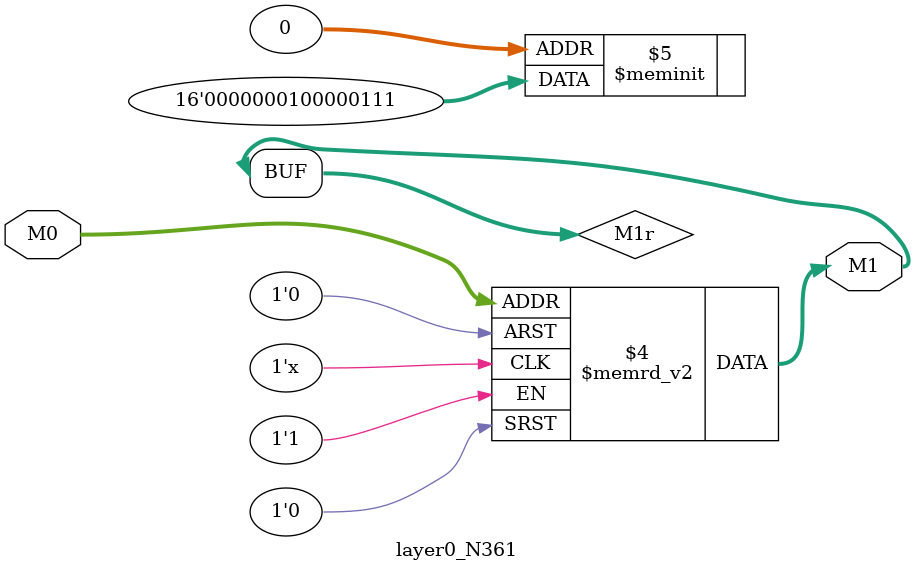
<source format=v>
module layer0_N361 ( input [2:0] M0, output [1:0] M1 );

	(*rom_style = "distributed" *) reg [1:0] M1r;
	assign M1 = M1r;
	always @ (M0) begin
		case (M0)
			3'b000: M1r = 2'b11;
			3'b100: M1r = 2'b01;
			3'b010: M1r = 2'b00;
			3'b110: M1r = 2'b00;
			3'b001: M1r = 2'b01;
			3'b101: M1r = 2'b00;
			3'b011: M1r = 2'b00;
			3'b111: M1r = 2'b00;

		endcase
	end
endmodule

</source>
